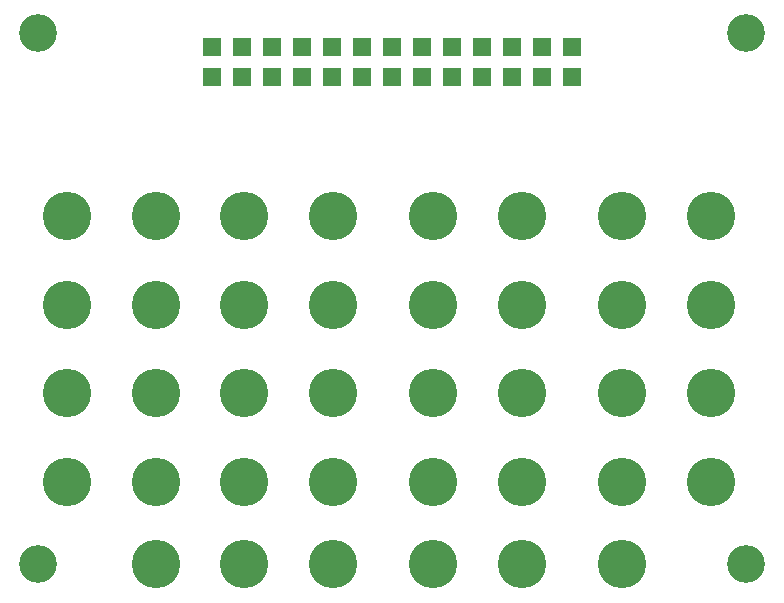
<source format=gts>
G04 #@! TF.GenerationSoftware,KiCad,Pcbnew,9.0.2*
G04 #@! TF.CreationDate,2025-06-10T18:41:31+02:00*
G04 #@! TF.ProjectId,RPI-Electronics_IO-Card.pro,5250492d-456c-4656-9374-726f6e696373,rev?*
G04 #@! TF.SameCoordinates,Original*
G04 #@! TF.FileFunction,Soldermask,Top*
G04 #@! TF.FilePolarity,Negative*
%FSLAX46Y46*%
G04 Gerber Fmt 4.6, Leading zero omitted, Abs format (unit mm)*
G04 Created by KiCad (PCBNEW 9.0.2) date 2025-06-10 18:41:31*
%MOMM*%
%LPD*%
G01*
G04 APERTURE LIST*
G04 Aperture macros list*
%AMFreePoly0*
4,1,5,0.750000,-0.750000,-0.750000,-0.750000,-0.750000,0.750000,0.750000,0.750000,0.750000,-0.750000,0.750000,-0.750000,$1*%
G04 Aperture macros list end*
%ADD10C,4.100000*%
%ADD11C,3.200000*%
%ADD12FreePoly0,90.000000*%
G04 APERTURE END LIST*
D10*
X122990000Y-71070000D03*
X130490000Y-86070000D03*
D11*
X112990000Y-100570000D03*
X172990000Y-100570000D03*
D10*
X146490000Y-100570000D03*
X162490000Y-100570000D03*
D11*
X112990000Y-55570000D03*
D10*
X169990000Y-78570000D03*
X153990000Y-93570000D03*
X162490000Y-78570000D03*
X153990000Y-78570000D03*
X146490000Y-93570000D03*
X146490000Y-71070000D03*
X137990000Y-93570000D03*
X153990000Y-100570000D03*
X137990000Y-86070000D03*
X169990000Y-86070000D03*
X115490000Y-93570000D03*
X162490000Y-93570000D03*
X130490000Y-71070000D03*
X146490000Y-86070000D03*
X169990000Y-93570000D03*
X137990000Y-100570000D03*
X130490000Y-78570000D03*
X162490000Y-71070000D03*
X122990000Y-78570000D03*
X122990000Y-100570000D03*
X115490000Y-78570000D03*
D11*
X172990000Y-55570000D03*
D10*
X162490000Y-86070000D03*
X130490000Y-93570000D03*
D12*
X127762000Y-59334400D03*
X127762000Y-56794400D03*
X130302000Y-59334400D03*
X130302000Y-56794400D03*
X132842000Y-59334400D03*
X132842000Y-56794400D03*
X135382000Y-59334400D03*
X135382000Y-56794400D03*
X137922000Y-59334400D03*
X137922000Y-56794400D03*
X140462000Y-59334400D03*
X140462000Y-56794400D03*
X143002000Y-59334400D03*
X143002000Y-56794400D03*
X145542000Y-59334400D03*
X145542000Y-56794400D03*
X148082000Y-59334400D03*
X148082000Y-56794400D03*
X150622000Y-59334400D03*
X150622000Y-56794400D03*
X153162000Y-59334400D03*
X153162000Y-56794400D03*
X155702000Y-59334400D03*
X155702000Y-56794400D03*
X158242000Y-59334400D03*
X158242000Y-56794400D03*
D10*
X153990000Y-86070000D03*
X137990000Y-78570000D03*
X137990000Y-71070000D03*
X153990000Y-71070000D03*
X130490000Y-100570000D03*
X122990000Y-93570000D03*
X115490000Y-71070000D03*
X146490000Y-78570000D03*
X122990000Y-86070000D03*
X115490000Y-86070000D03*
X169990000Y-71070000D03*
M02*

</source>
